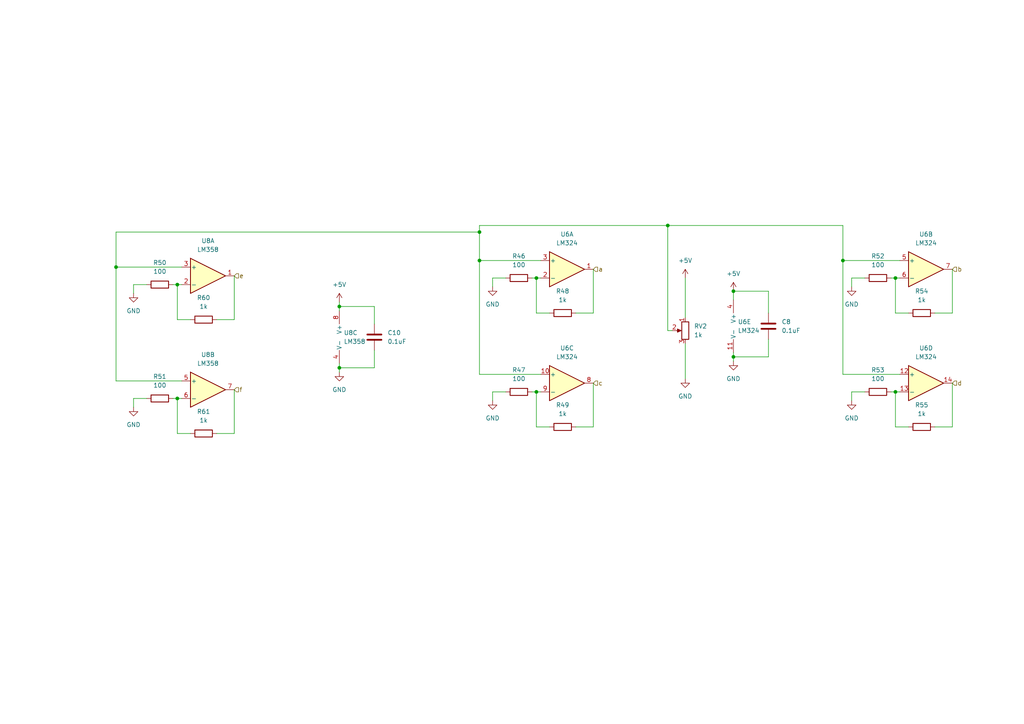
<source format=kicad_sch>
(kicad_sch (version 20211123) (generator eeschema)
  (paper "A4")
  (lib_symbols
    (symbol "Amplifier_Operational:LM324" (pin_names (offset 0.127))
      (property "Reference" "U" (at 0 5.08 0))
      (property "Value" "LM324" (at 0 -5.08 0))
      (symbol "LM324_1_1"
        (polyline (pts (xy -5.08 5.08) (xy 5.08 0) (xy -5.08 -5.08) (xy -5.08 5.08)) (stroke (width 0.254)) (fill (type background)))
        (pin output line (at 7.62 0 180) (length 2.54) (name "~") (number "1"))
        (pin input line (at -7.62 -2.54 0) (length 2.54) (name "-") (number "2"))
        (pin input line (at -7.62 2.54 0) (length 2.54) (name "+") (number "3"))
      )
      (symbol "LM324_2_1"
        (polyline (pts (xy -5.08 5.08) (xy 5.08 0) (xy -5.08 -5.08) (xy -5.08 5.08)) (stroke (width 0.254)) (fill (type background)))
        (pin input line (at -7.62 2.54 0) (length 2.54) (name "+") (number "5"))
        (pin input line (at -7.62 -2.54 0) (length 2.54) (name "-") (number "6"))
        (pin output line (at 7.62 0 180) (length 2.54) (name "~") (number "7"))
      )
      (symbol "LM324_3_1"
        (polyline (pts (xy -5.08 5.08) (xy 5.08 0) (xy -5.08 -5.08) (xy -5.08 5.08)) (stroke (width 0.254)) (fill (type background)))
        (pin input line (at -7.62 2.54 0) (length 2.54) (name "+") (number "10"))
        (pin output line (at 7.62 0 180) (length 2.54) (name "~") (number "8"))
        (pin input line (at -7.62 -2.54 0) (length 2.54) (name "-") (number "9"))
      )
      (symbol "LM324_4_1"
        (polyline (pts (xy -5.08 5.08) (xy 5.08 0) (xy -5.08 -5.08) (xy -5.08 5.08)) (stroke (width 0.254)) (fill (type background)))
        (pin input line (at -7.62 2.54 0) (length 2.54) (name "+") (number "12"))
        (pin input line (at -7.62 -2.54 0) (length 2.54) (name "-") (number "13"))
        (pin output line (at 7.62 0 180) (length 2.54) (name "~") (number "14"))
      )
      (symbol "LM324_5_1"
        (pin power_in line (at -2.54 -7.62 90) (length 3.81) (name "V-") (number "11"))
        (pin power_in line (at -2.54 7.62 270) (length 3.81) (name "V+") (number "4"))
      )
    )
    (symbol "Amplifier_Operational:LM358" (pin_names (offset 0.127))
      (property "Reference" "U" (at 0 5.08 0))
      (property "Value" "LM358" (at 0 -5.08 0))
      (symbol "LM358_1_1"
        (polyline (pts (xy -5.08 5.08) (xy 5.08 0) (xy -5.08 -5.08) (xy -5.08 5.08)) (stroke (width 0.254)) (fill (type background)))
        (pin output line (at 7.62 0 180) (length 2.54) (name "~") (number "1"))
        (pin input line (at -7.62 -2.54 0) (length 2.54) (name "-") (number "2"))
        (pin input line (at -7.62 2.54 0) (length 2.54) (name "+") (number "3"))
      )
      (symbol "LM358_2_1"
        (polyline (pts (xy -5.08 5.08) (xy 5.08 0) (xy -5.08 -5.08) (xy -5.08 5.08)) (stroke (width 0.254)) (fill (type background)))
        (pin input line (at -7.62 2.54 0) (length 2.54) (name "+") (number "5"))
        (pin input line (at -7.62 -2.54 0) (length 2.54) (name "-") (number "6"))
        (pin output line (at 7.62 0 180) (length 2.54) (name "~") (number "7"))
      )
      (symbol "LM358_3_1"
        (pin power_in line (at -2.54 -7.62 90) (length 3.81) (name "V-") (number "4"))
        (pin power_in line (at -2.54 7.62 270) (length 3.81) (name "V+") (number "8"))
      )
    )
    (symbol "Device:C" (pin_numbers hide) (pin_names (offset 0.254))
      (property "Reference" "C" (at 0.635 2.54 0))
      (property "Value" "C" (at 0.635 -2.54 0))
      (symbol "C_0_1"
        (polyline (pts (xy -2.032 -0.762) (xy 2.032 -0.762)) (stroke (width 0.508)))
        (polyline (pts (xy -2.032 0.762) (xy 2.032 0.762)) (stroke (width 0.508)))
      )
      (symbol "C_1_1"
        (pin passive line (at 0 3.81 270) (length 2.794) (name "~") (number "1"))
        (pin passive line (at 0 -3.81 90) (length 2.794) (name "~") (number "2"))
      )
    )
    (symbol "Device:R" (pin_numbers hide) (pin_names (offset 0))
      (property "Reference" "R" (at 2.032 0 90))
      (property "Value" "R" (at 0 0 90))
      (symbol "R_0_1"
        (rectangle (start -1.016 -2.54) (end 1.016 2.54) (stroke (width 0.254)))
      )
      (symbol "R_1_1"
        (pin passive line (at 0 3.81 270) (length 1.27) (name "~") (number "1"))
        (pin passive line (at 0 -3.81 90) (length 1.27) (name "~") (number "2"))
      )
    )
    (symbol "Device:R_Potentiometer" (pin_names (offset 1.016) hide)
      (property "Reference" "RV" (at -4.445 0 90))
      (property "Value" "R_Potentiometer" (at -2.54 0 90))
      (symbol "R_Potentiometer_0_1"
        (polyline (pts (xy 2.54 0) (xy 1.524 0)))
        (polyline (pts (xy 1.143 0) (xy 2.286 0.508) (xy 2.286 -0.508) (xy 1.143 0)) (fill (type outline)))
        (rectangle (start 1.016 2.54) (end -1.016 -2.54) (stroke (width 0.254)))
      )
      (symbol "R_Potentiometer_1_1"
        (pin passive line (at 0 3.81 270) (length 1.27) (name "1") (number "1"))
        (pin passive line (at 3.81 0 180) (length 1.27) (name "2") (number "2"))
        (pin passive line (at 0 -3.81 90) (length 1.27) (name "3") (number "3"))
      )
    )
    (symbol "power:+5V" (power) (pin_names (offset 0))
      (property "Value" "+5V" (at 0 3.556 0))
      (symbol "+5V_0_1"
        (polyline (pts (xy -0.762 1.27) (xy 0 2.54)))
        (polyline (pts (xy 0 0) (xy 0 2.54)))
        (polyline (pts (xy 0 2.54) (xy 0.762 1.27)))
      )
      (symbol "+5V_1_1"
        (pin power_in line (at 0 0 90) (length 0) hide (name "+5V") (number "1"))
      )
    )
    (symbol "power:GND" (power) (pin_names (offset 0))
      (property "Value" "GND" (at 0 -3.81 0))
      (symbol "GND_0_1"
        (polyline (pts (xy 0 0) (xy 0 -1.27) (xy 1.27 -1.27) (xy 0 -2.54) (xy -1.27 -1.27) (xy 0 -1.27)))
      )
      (symbol "GND_1_1"
        (pin power_in line (at 0 0 270) (length 0) hide (name "GND") (number "1"))
      )
    )
  )
  (junction (at 98.425 88.9))
  (junction (at 139.065 67.31))
  (junction (at 139.065 75.565))
  (junction (at 212.725 103.505))
  (junction (at 51.435 82.55))
  (junction (at 193.675 65.405))
  (junction (at 155.575 80.645))
  (junction (at 33.655 77.47))
  (junction (at 98.425 106.68))
  (junction (at 259.715 80.645))
  (junction (at 259.715 113.665))
  (junction (at 212.725 84.455))
  (junction (at 155.575 113.665))
  (junction (at 244.475 75.565))
  (junction (at 51.435 115.57))
  (wire (pts (xy 139.065 65.405) (xy 193.675 65.405)))
  (wire (pts (xy 38.735 82.55) (xy 42.545 82.55)))
  (wire (pts (xy 155.575 90.805) (xy 155.575 80.645)))
  (wire (pts (xy 222.885 84.455) (xy 212.725 84.455)))
  (wire (pts (xy 212.725 103.505) (xy 212.725 104.775)))
  (wire (pts (xy 108.585 106.68) (xy 98.425 106.68)))
  (wire (pts (xy 244.475 65.405) (xy 244.475 75.565)))
  (wire (pts (xy 198.755 99.695) (xy 198.755 109.855)))
  (wire (pts (xy 172.085 90.805) (xy 172.085 78.105)))
  (wire (pts (xy 62.865 92.71) (xy 67.945 92.71)))
  (wire (pts (xy 139.065 67.31) (xy 139.065 75.565)))
  (wire (pts (xy 259.715 80.645) (xy 260.985 80.645)))
  (wire (pts (xy 51.435 82.55) (xy 52.705 82.55)))
  (wire (pts (xy 271.145 90.805) (xy 276.225 90.805)))
  (wire (pts (xy 142.875 80.645) (xy 146.685 80.645)))
  (wire (pts (xy 55.245 92.71) (xy 51.435 92.71)))
  (wire (pts (xy 222.885 103.505) (xy 212.725 103.505)))
  (wire (pts (xy 142.875 83.185) (xy 142.875 80.645)))
  (wire (pts (xy 50.165 115.57) (xy 51.435 115.57)))
  (wire (pts (xy 247.015 80.645) (xy 250.825 80.645)))
  (wire (pts (xy 52.705 110.49) (xy 33.655 110.49)))
  (wire (pts (xy 155.575 123.825) (xy 159.385 123.825)))
  (wire (pts (xy 139.065 108.585) (xy 156.845 108.585)))
  (wire (pts (xy 167.005 90.805) (xy 172.085 90.805)))
  (wire (pts (xy 38.735 118.11) (xy 38.735 115.57)))
  (wire (pts (xy 139.065 108.585) (xy 139.065 75.565)))
  (wire (pts (xy 108.585 101.6) (xy 108.585 106.68)))
  (wire (pts (xy 139.065 75.565) (xy 156.845 75.565)))
  (wire (pts (xy 155.575 113.665) (xy 156.845 113.665)))
  (wire (pts (xy 155.575 113.665) (xy 155.575 123.825)))
  (wire (pts (xy 98.425 88.9) (xy 98.425 90.17)))
  (wire (pts (xy 33.655 110.49) (xy 33.655 77.47)))
  (wire (pts (xy 222.885 98.425) (xy 222.885 103.505)))
  (wire (pts (xy 212.725 84.455) (xy 212.725 86.995)))
  (wire (pts (xy 33.655 77.47) (xy 52.705 77.47)))
  (wire (pts (xy 198.755 80.645) (xy 198.755 92.075)))
  (wire (pts (xy 212.725 102.235) (xy 212.725 103.505)))
  (wire (pts (xy 263.525 123.825) (xy 259.715 123.825)))
  (wire (pts (xy 51.435 92.71) (xy 51.435 82.55)))
  (wire (pts (xy 98.425 106.68) (xy 98.425 107.95)))
  (wire (pts (xy 51.435 115.57) (xy 52.705 115.57)))
  (wire (pts (xy 193.675 95.885) (xy 194.945 95.885)))
  (wire (pts (xy 276.225 123.825) (xy 276.225 111.125)))
  (wire (pts (xy 259.715 123.825) (xy 259.715 113.665)))
  (wire (pts (xy 67.945 92.71) (xy 67.945 80.01)))
  (wire (pts (xy 98.425 105.41) (xy 98.425 106.68)))
  (wire (pts (xy 159.385 90.805) (xy 155.575 90.805)))
  (wire (pts (xy 247.015 113.665) (xy 250.825 113.665)))
  (wire (pts (xy 244.475 108.585) (xy 244.475 75.565)))
  (wire (pts (xy 142.875 113.665) (xy 146.685 113.665)))
  (wire (pts (xy 193.675 65.405) (xy 244.475 65.405)))
  (wire (pts (xy 155.575 80.645) (xy 156.845 80.645)))
  (wire (pts (xy 38.735 85.09) (xy 38.735 82.55)))
  (wire (pts (xy 247.015 116.205) (xy 247.015 113.665)))
  (wire (pts (xy 33.655 67.31) (xy 139.065 67.31)))
  (wire (pts (xy 108.585 93.98) (xy 108.585 88.9)))
  (wire (pts (xy 154.305 80.645) (xy 155.575 80.645)))
  (wire (pts (xy 172.085 123.825) (xy 172.085 111.125)))
  (wire (pts (xy 139.065 65.405) (xy 139.065 67.31)))
  (wire (pts (xy 51.435 125.73) (xy 51.435 115.57)))
  (wire (pts (xy 271.145 123.825) (xy 276.225 123.825)))
  (wire (pts (xy 259.715 113.665) (xy 260.985 113.665)))
  (wire (pts (xy 67.945 125.73) (xy 67.945 113.03)))
  (wire (pts (xy 222.885 90.805) (xy 222.885 84.455)))
  (wire (pts (xy 142.875 116.205) (xy 142.875 113.665)))
  (wire (pts (xy 98.425 87.63) (xy 98.425 88.9)))
  (wire (pts (xy 244.475 108.585) (xy 260.985 108.585)))
  (wire (pts (xy 247.015 83.185) (xy 247.015 80.645)))
  (wire (pts (xy 167.005 123.825) (xy 172.085 123.825)))
  (wire (pts (xy 154.305 113.665) (xy 155.575 113.665)))
  (wire (pts (xy 263.525 90.805) (xy 259.715 90.805)))
  (wire (pts (xy 33.655 77.47) (xy 33.655 67.31)))
  (wire (pts (xy 258.445 113.665) (xy 259.715 113.665)))
  (wire (pts (xy 259.715 90.805) (xy 259.715 80.645)))
  (wire (pts (xy 193.675 65.405) (xy 193.675 95.885)))
  (wire (pts (xy 38.735 115.57) (xy 42.545 115.57)))
  (wire (pts (xy 62.865 125.73) (xy 67.945 125.73)))
  (wire (pts (xy 258.445 80.645) (xy 259.715 80.645)))
  (wire (pts (xy 50.165 82.55) (xy 51.435 82.55)))
  (wire (pts (xy 108.585 88.9) (xy 98.425 88.9)))
  (wire (pts (xy 276.225 90.805) (xy 276.225 78.105)))
  (wire (pts (xy 55.245 125.73) (xy 51.435 125.73)))
  (wire (pts (xy 244.475 75.565) (xy 260.985 75.565)))
  (hierarchical_label "c" (shape input) (at 172.085 111.125 0))
  (hierarchical_label "f" (shape input) (at 67.945 113.03 0))
  (hierarchical_label "d" (shape input) (at 276.225 111.125 0))
  (hierarchical_label "a" (shape input) (at 172.085 78.105 0))
  (hierarchical_label "b" (shape input) (at 276.225 78.105 0))
  (hierarchical_label "e" (shape input) (at 67.945 80.01 0))
  (symbol (lib_id "Amplifier_Operational:LM358") (at 100.965 97.79 0) (unit 3)
    (property "Reference" "U8" (at 99.695 96.5199 0) (effects (justify left)))
    (property "Value" "LM358" (at 99.695 99.0599 0) (effects (justify left)))
    (property "Footprint" "Package_DIP:DIP-8_W7.62mm_LongPads" (effects hide))
    (property "Datasheet" "http://www.ti.com/lit/ds/symlink/lm2904-n.pdf" (effects hide))
  )
  (symbol (lib_id "power:+5V") (at 212.725 84.455 0) (unit 1)
    (property "Reference" "#PWR0132" (effects hide))
    (property "Value" "+5V" (at 212.725 79.375 0))
  )
  (symbol (lib_id "Amplifier_Operational:LM358") (at 60.325 113.03 0) (unit 2)
    (property "Reference" "U8" (at 60.325 102.87 0))
    (property "Value" "LM358" (at 60.325 105.41 0))
    (property "Footprint" "Package_DIP:DIP-8_W7.62mm_LongPads" (effects hide))
    (property "Datasheet" "http://www.ti.com/lit/ds/symlink/lm2904-n.pdf" (effects hide))
  )
  (symbol (lib_id "Amplifier_Operational:LM324") (at 215.265 94.615 0) (unit 5)
    (property "Reference" "U6" (at 213.995 93.3449 0) (effects (justify left)))
    (property "Value" "LM324" (at 213.995 95.8849 0) (effects (justify left)))
    (property "Footprint" "Package_DIP:DIP-14_W7.62mm_LongPads" (effects hide))
    (property "Datasheet" "http://www.ti.com/lit/ds/symlink/lm2902-n.pdf" (effects hide))
  )
  (symbol (lib_id "power:GND") (at 98.425 107.95 0) (unit 1)
    (property "Reference" "#PWR0140" (effects hide))
    (property "Value" "GND" (at 98.425 113.03 0))
  )
  (symbol (lib_id "power:+5V") (at 98.425 87.63 0) (unit 1)
    (property "Reference" "#PWR0142" (effects hide))
    (property "Value" "+5V" (at 98.425 82.55 0))
  )
  (symbol (lib_id "Device:R") (at 59.055 125.73 90) (unit 1)
    (property "Reference" "R61" (at 59.055 119.38 90))
    (property "Value" "1k" (at 59.055 121.92 90))
    (property "Footprint" "Resistor_THT:R_Axial_DIN0207_L6.3mm_D2.5mm_P10.16mm_Horizontal" (effects hide))
  )
  (symbol (lib_id "Device:R") (at 46.355 82.55 90) (unit 1)
    (property "Reference" "R50" (at 46.355 76.2 90))
    (property "Value" "100" (at 46.355 78.74 90))
    (property "Footprint" "Resistor_THT:R_Axial_DIN0207_L6.3mm_D2.5mm_P10.16mm_Horizontal" (effects hide))
  )
  (symbol (lib_id "Device:R") (at 163.195 123.825 90) (unit 1)
    (property "Reference" "R49" (at 163.195 117.475 90))
    (property "Value" "1k" (at 163.195 120.015 90))
    (property "Footprint" "Resistor_THT:R_Axial_DIN0207_L6.3mm_D2.5mm_P10.16mm_Horizontal" (effects hide))
  )
  (symbol (lib_id "Device:R") (at 267.335 123.825 90) (unit 1)
    (property "Reference" "R55" (at 267.335 117.475 90))
    (property "Value" "1k" (at 267.335 120.015 90))
    (property "Footprint" "Resistor_THT:R_Axial_DIN0207_L6.3mm_D2.5mm_P10.16mm_Horizontal" (effects hide))
  )
  (symbol (lib_id "Amplifier_Operational:LM324") (at 164.465 111.125 0) (unit 3)
    (property "Reference" "U6" (at 164.465 100.965 0))
    (property "Value" "LM324" (at 164.465 103.505 0))
    (property "Footprint" "Package_DIP:DIP-14_W7.62mm_LongPads" (effects hide))
    (property "Datasheet" "http://www.ti.com/lit/ds/symlink/lm2902-n.pdf" (effects hide))
  )
  (symbol (lib_id "Device:R") (at 59.055 92.71 90) (unit 1)
    (property "Reference" "R60" (at 59.055 86.36 90))
    (property "Value" "1k" (at 59.055 88.9 90))
    (property "Footprint" "Resistor_THT:R_Axial_DIN0207_L6.3mm_D2.5mm_P10.16mm_Horizontal" (effects hide))
  )
  (symbol (lib_id "Amplifier_Operational:LM358") (at 60.325 80.01 0) (unit 1)
    (property "Reference" "U8" (at 60.325 69.85 0))
    (property "Value" "LM358" (at 60.325 72.39 0))
    (property "Footprint" "Package_DIP:DIP-8_W7.62mm_LongPads" (effects hide))
    (property "Datasheet" "http://www.ti.com/lit/ds/symlink/lm2904-n.pdf" (effects hide))
  )
  (symbol (lib_id "Amplifier_Operational:LM324") (at 268.605 78.105 0) (unit 2)
    (property "Reference" "U6" (at 268.605 67.945 0))
    (property "Value" "LM324" (at 268.605 70.485 0))
    (property "Footprint" "Package_DIP:DIP-14_W7.62mm_LongPads" (effects hide))
    (property "Datasheet" "http://www.ti.com/lit/ds/symlink/lm2902-n.pdf" (effects hide))
  )
  (symbol (lib_id "power:GND") (at 198.755 109.855 0) (unit 1)
    (property "Reference" "#PWR0129" (effects hide))
    (property "Value" "GND" (at 198.755 114.935 0))
  )
  (symbol (lib_id "power:+5V") (at 198.755 80.645 0) (unit 1)
    (property "Reference" "#PWR0133" (effects hide))
    (property "Value" "+5V" (at 198.755 75.565 0))
  )
  (symbol (lib_id "Device:R_Potentiometer") (at 198.755 95.885 0) (mirror y) (unit 1)
    (property "Reference" "RV2" (at 201.295 94.6149 0) (effects (justify right)))
    (property "Value" "1k" (at 201.295 97.1549 0) (effects (justify right)))
    (property "Footprint" "TerminalBlock:TerminalBlock_bornier-3_P5.08mm" (effects hide))
  )
  (symbol (lib_id "power:GND") (at 142.875 83.185 0) (unit 1)
    (property "Reference" "#PWR0131" (effects hide))
    (property "Value" "GND" (at 142.875 88.265 0))
  )
  (symbol (lib_id "Amplifier_Operational:LM324") (at 164.465 78.105 0) (unit 1)
    (property "Reference" "U6" (at 164.465 67.945 0))
    (property "Value" "LM324" (at 164.465 70.485 0))
    (property "Footprint" "Package_DIP:DIP-14_W7.62mm_LongPads" (effects hide))
    (property "Datasheet" "http://www.ti.com/lit/ds/symlink/lm2902-n.pdf" (effects hide))
  )
  (symbol (lib_id "Device:R") (at 254.635 80.645 90) (unit 1)
    (property "Reference" "R52" (at 254.635 74.295 90))
    (property "Value" "100" (at 254.635 76.835 90))
    (property "Footprint" "Resistor_THT:R_Axial_DIN0207_L6.3mm_D2.5mm_P10.16mm_Horizontal" (effects hide))
  )
  (symbol (lib_id "power:GND") (at 38.735 85.09 0) (unit 1)
    (property "Reference" "#PWR0139" (effects hide))
    (property "Value" "GND" (at 38.735 90.17 0))
  )
  (symbol (lib_id "Device:C") (at 222.885 94.615 180) (unit 1)
    (property "Reference" "C8" (at 226.695 93.3449 0) (effects (justify right)))
    (property "Value" "0.1uF" (at 226.695 95.8849 0) (effects (justify right)))
    (property "Footprint" "Capacitor_THT:C_Disc_D5.0mm_W2.5mm_P5.00mm" (effects hide))
  )
  (symbol (lib_id "Device:R") (at 150.495 80.645 90) (unit 1)
    (property "Reference" "R46" (at 150.495 74.295 90))
    (property "Value" "100" (at 150.495 76.835 90))
    (property "Footprint" "Resistor_THT:R_Axial_DIN0207_L6.3mm_D2.5mm_P10.16mm_Horizontal" (effects hide))
  )
  (symbol (lib_id "power:GND") (at 247.015 83.185 0) (unit 1)
    (property "Reference" "#PWR0128" (effects hide))
    (property "Value" "GND" (at 247.015 88.265 0))
  )
  (symbol (lib_id "power:GND") (at 212.725 104.775 0) (unit 1)
    (property "Reference" "#PWR0134" (effects hide))
    (property "Value" "GND" (at 212.725 109.855 0))
  )
  (symbol (lib_id "Device:R") (at 46.355 115.57 90) (unit 1)
    (property "Reference" "R51" (at 46.355 109.22 90))
    (property "Value" "100" (at 46.355 111.76 90))
    (property "Footprint" "Resistor_THT:R_Axial_DIN0207_L6.3mm_D2.5mm_P10.16mm_Horizontal" (effects hide))
  )
  (symbol (lib_id "Device:R") (at 267.335 90.805 90) (unit 1)
    (property "Reference" "R54" (at 267.335 84.455 90))
    (property "Value" "1k" (at 267.335 86.995 90))
    (property "Footprint" "Resistor_THT:R_Axial_DIN0207_L6.3mm_D2.5mm_P10.16mm_Horizontal" (effects hide))
  )
  (symbol (lib_id "power:GND") (at 142.875 116.205 0) (unit 1)
    (property "Reference" "#PWR0130" (effects hide))
    (property "Value" "GND" (at 142.875 121.285 0))
  )
  (symbol (lib_id "Device:R") (at 254.635 113.665 90) (unit 1)
    (property "Reference" "R53" (at 254.635 107.315 90))
    (property "Value" "100" (at 254.635 109.855 90))
    (property "Footprint" "Resistor_THT:R_Axial_DIN0207_L6.3mm_D2.5mm_P10.16mm_Horizontal" (effects hide))
  )
  (symbol (lib_id "Device:R") (at 163.195 90.805 90) (unit 1)
    (property "Reference" "R48" (at 163.195 84.455 90))
    (property "Value" "1k" (at 163.195 86.995 90))
    (property "Footprint" "Resistor_THT:R_Axial_DIN0207_L6.3mm_D2.5mm_P10.16mm_Horizontal" (effects hide))
  )
  (symbol (lib_id "Device:C") (at 108.585 97.79 180) (unit 1)
    (property "Reference" "C10" (at 112.395 96.5199 0) (effects (justify right)))
    (property "Value" "0.1uF" (at 112.395 99.0599 0) (effects (justify right)))
    (property "Footprint" "Capacitor_THT:C_Disc_D5.0mm_W2.5mm_P5.00mm" (effects hide))
  )
  (symbol (lib_id "Amplifier_Operational:LM324") (at 268.605 111.125 0) (unit 4)
    (property "Reference" "U6" (at 268.605 100.965 0))
    (property "Value" "LM324" (at 268.605 103.505 0))
    (property "Footprint" "Package_DIP:DIP-14_W7.62mm_LongPads" (effects hide))
    (property "Datasheet" "http://www.ti.com/lit/ds/symlink/lm2902-n.pdf" (effects hide))
  )
  (symbol (lib_id "power:GND") (at 247.015 116.205 0) (unit 1)
    (property "Reference" "#PWR0127" (effects hide))
    (property "Value" "GND" (at 247.015 121.285 0))
  )
  (symbol (lib_id "power:GND") (at 38.735 118.11 0) (unit 1)
    (property "Reference" "#PWR0138" (effects hide))
    (property "Value" "GND" (at 38.735 123.19 0))
  )
  (symbol (lib_id "Device:R") (at 150.495 113.665 90) (unit 1)
    (property "Reference" "R47" (at 150.495 107.315 90))
    (property "Value" "100" (at 150.495 109.855 90))
    (property "Footprint" "Resistor_THT:R_Axial_DIN0207_L6.3mm_D2.5mm_P10.16mm_Horizontal" (effects hide))
  )
)
</source>
